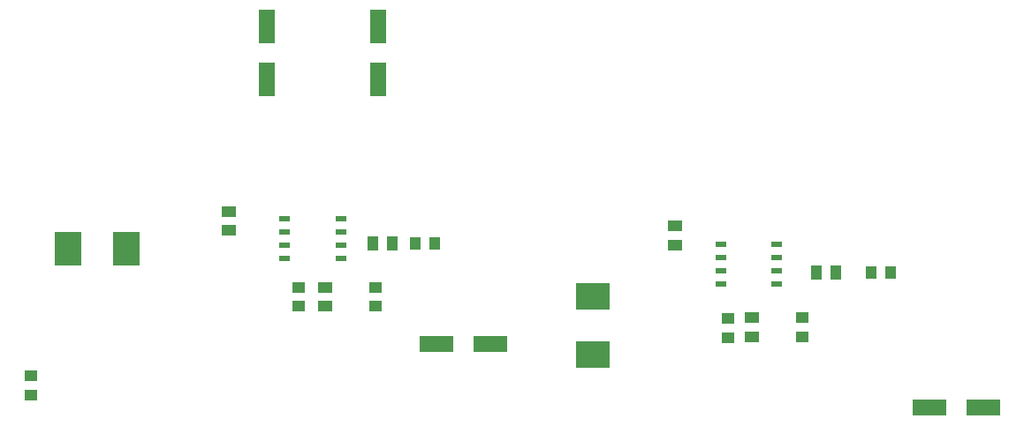
<source format=gbr>
%TF.GenerationSoftware,Altium Limited,Altium Designer,19.1.8 (144)*%
G04 Layer_Color=8421504*
%FSLAX26Y26*%
%MOIN*%
%TF.FileFunction,Paste,Top*%
%TF.Part,Single*%
G01*
G75*
%TA.AperFunction,SMDPad,CuDef*%
%ADD10R,0.125984X0.062992*%
%ADD11R,0.062992X0.125984*%
%ADD12R,0.043307X0.019685*%
%ADD13R,0.051181X0.041339*%
%ADD14R,0.098425X0.127953*%
%ADD15R,0.127953X0.098425*%
%ADD16R,0.055118X0.041339*%
%ADD17R,0.041339X0.051181*%
%ADD18R,0.041339X0.055118*%
D10*
X2710000Y790000D02*
D03*
X2910787D02*
D03*
X4570000Y550000D02*
D03*
X4770787D02*
D03*
D11*
X2070000Y1789213D02*
D03*
Y1990000D02*
D03*
X2490000Y1790000D02*
D03*
Y1990787D02*
D03*
D12*
X2347598Y1165000D02*
D03*
Y1215000D02*
D03*
Y1265000D02*
D03*
Y1115000D02*
D03*
X2135000D02*
D03*
Y1265000D02*
D03*
Y1215000D02*
D03*
Y1165000D02*
D03*
X3993622Y1065276D02*
D03*
Y1115276D02*
D03*
Y1165276D02*
D03*
Y1015276D02*
D03*
X3781024D02*
D03*
Y1165276D02*
D03*
Y1115276D02*
D03*
Y1065276D02*
D03*
D13*
X1180000Y670000D02*
D03*
Y597165D02*
D03*
X3810000Y814331D02*
D03*
Y887165D02*
D03*
X2190000Y932165D02*
D03*
Y1005000D02*
D03*
X2480000Y932165D02*
D03*
Y1005000D02*
D03*
X4090000Y817165D02*
D03*
Y890000D02*
D03*
D14*
X1540473Y1150000D02*
D03*
X1320000D02*
D03*
D15*
X3300000Y970000D02*
D03*
Y749528D02*
D03*
D16*
X1925000Y1218583D02*
D03*
Y1291417D02*
D03*
X3610000Y1163583D02*
D03*
Y1236417D02*
D03*
X2290000Y1005000D02*
D03*
Y932165D02*
D03*
X3900000Y890000D02*
D03*
Y817165D02*
D03*
D17*
X4422835Y1060000D02*
D03*
X4350000D02*
D03*
X2702835Y1170000D02*
D03*
X2630000D02*
D03*
D18*
X4143583Y1060000D02*
D03*
X4216417D02*
D03*
X2470000Y1170000D02*
D03*
X2542835D02*
D03*
%TF.MD5,032f9c91fb5028578fb5b429a8ea886a*%
M02*

</source>
